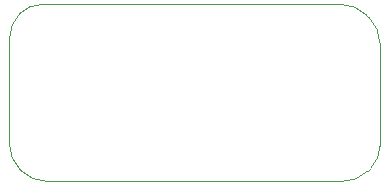
<source format=gbr>
%TF.GenerationSoftware,Altium Limited,Altium Designer,24.7.2 (38)*%
G04 Layer_Color=0*
%FSLAX45Y45*%
%MOMM*%
%TF.SameCoordinates,E62C00BC-2682-4819-A5F8-2A4CFBBBB381*%
%TF.FilePolarity,Positive*%
%TF.FileFunction,Profile,NP*%
%TF.Part,Single*%
G01*
G75*
%TA.AperFunction,Profile*%
%ADD22C,0.02540*%
D22*
X-65000Y283800D02*
G03*
X24802Y66998I306605J0D01*
G01*
X35697Y56103D01*
D02*
G03*
X252500Y-33700I216802J216802D01*
G01*
X2754400D01*
D02*
G03*
X2971202Y56103I0J306605D01*
G01*
X2995700Y80600D01*
D02*
G03*
X3071900Y264563I-183963J183963D01*
G01*
Y1134700D01*
D02*
G03*
X2982097Y1351503I-306605J0D01*
G01*
X2957600Y1376000D01*
D02*
G03*
X2742976Y1464900I-214624J-214624D01*
G01*
X206587D01*
D02*
G03*
X24802Y1389603I0J-257082D01*
G01*
D02*
G03*
X-65000Y1172800I216802J-216802D01*
G01*
Y283800D01*
%TF.MD5,a4739c275bd4da8bf0b02e72fb7b417f*%
M02*

</source>
